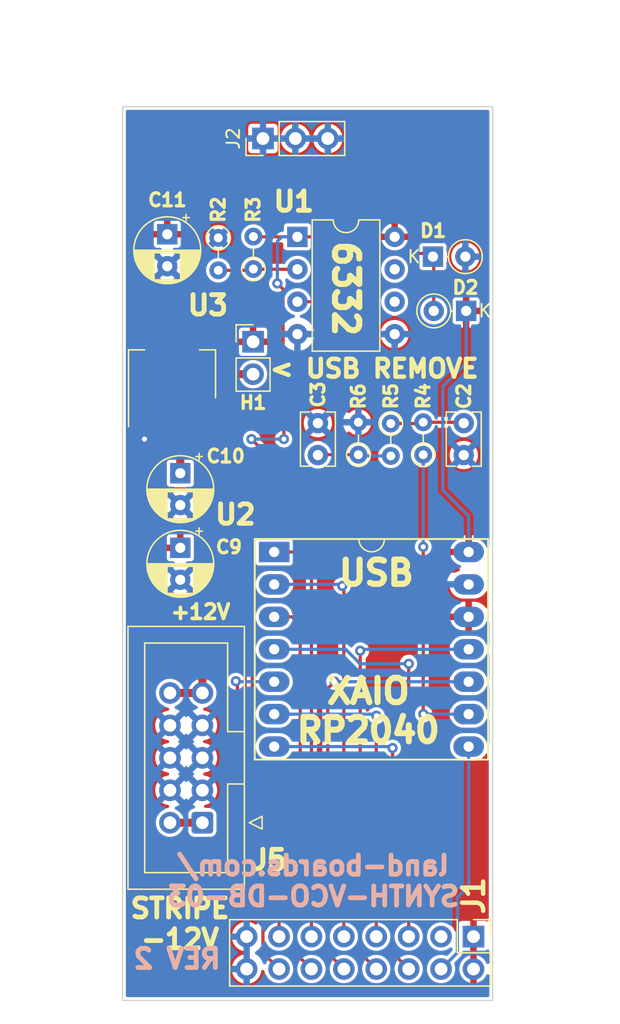
<source format=kicad_pcb>
(kicad_pcb (version 20211014) (generator pcbnew)
  (title_block (title "VCO CONTROL LOGIC") (date "2022-09-30") (rev "1") (company "LAND BOARDS, LLC"))
  (layers (0 "F.Cu" signal) (31 "B.Cu" signal) (34 "B.Paste" user) (35 "F.Paste" user) (36 "B.SilkS" user "B.Silkscreen") (37 "F.SilkS" user "F.Silkscreen") (38 "B.Mask" user) (39 "F.Mask" user) (44 "Edge.Cuts" user))
  (net 0 "")
  (net 1 "GND")
  (net 2 "+3V3")
  (net 3 "+5V")
  (net 4 "/GATE_CTL")
  (net 5 "/FREQ_POT")
  (net 6 "/VPEROCT_CV")
  (net 7 "/MOD_POT")
  (net 8 "/MOD_CV")
  (net 9 "/PRE_FILT")
  (net 10 "/AUD_OUT")
  (net 11 "/TIMBRE_PB")
  (net 12 "/MODE_UP_PB")
  (net 13 "/MODE_DN_PB")
  (net 14 "+12V")
  (net 17 "/OCT_UP_PB")
  (net 19 "/OCT_DN_PB")
  (net 20 "/WAV")
  (net 21 "-12V")
  (net 22 "Net-(R2-Pad2)")
  (net 23 "Net-(C2-Pad1)")
  (net 24 "Net-(C10-Pad1)")
  (footprint "Capacitor_THT:CP_Radial_D5.0mm_P2.50mm" (layer "F.Cu") (at 79 50 -90)
    (fp_text reference "C11" (at -2.69 -0.006 180) (layer "F.SilkS") (effects (font (size 1.016 1.016) (thickness 0.254))))
    (fp_text value "47uF")
    (pad "1" thru_hole rect (at 0 0 270) (size 1.6 1.6) (drill 0.8) (layers *.Cu *.Mask) (net 3 "+5V"))
    (pad "2" thru_hole circle (at 2.5 0 270) (size 1.6 1.6) (drill 0.8) (layers *.Cu *.Mask) (net 1 "GND"))
  )
  (footprint "Capacitor_THT:CP_Radial_D5.0mm_P2.50mm" (layer "F.Cu") (at 80.022 74.552888 -90)
    (fp_text reference "C9" (at -0.064888 -3.81 180) (layer "F.SilkS") (effects (font (size 1.016 1.016) (thickness 0.254))))
    (fp_text value "47uF")
    (pad "1" thru_hole rect (at 0 0 270) (size 1.6 1.6) (drill 0.8) (layers *.Cu *.Mask) (net 2 "+3V3"))
    (pad "2" thru_hole circle (at 2.5 0 270) (size 1.6 1.6) (drill 0.8) (layers *.Cu *.Mask) (net 1 "GND"))
  )
  (footprint "Diode_THT:D_DO-35_SOD27_P2.54mm_Vertical_KathodeUp" (layer "F.Cu") (at 99.824315 51.75)
    (fp_text reference "D1" (at 0.009685 -2.027) (layer "F.SilkS") (effects (font (size 1.016 1.016) (thickness 0.254))))
    (fp_text value "BAT41")
    (fp_text user "K" (at -1.495314 0.005) (layer "F.SilkS"))
    (pad "1" thru_hole rect (at 0 0) (size 1.6 1.6) (drill 0.8) (layers *.Cu *.Mask) (net 10 "/AUD_OUT"))
    (pad "2" thru_hole oval (at 2.54 0) (size 1.6 1.6) (drill 0.8) (layers *.Cu *.Mask) (net 1 "GND"))
  )
  (footprint "Connector_PinHeader_2.54mm:PinHeader_2x08_P2.54mm_Vertical" (layer "F.Cu") (at 103 105 -90)
    (fp_text reference "J1" (at -3.207 -0.009 90) (layer "F.SilkS") (effects (font (size 1.651 1.651) (thickness 0.34925))))
    (fp_text value "Conn_01x16")
    (pad "1" thru_hole rect locked (at 0 0 270) (size 1.7 1.7) (drill 1) (layers *.Cu *.Mask) (net 2 "+3V3"))
    (pad "2" thru_hole oval locked (at 2.54 0 270) (size 1.7 1.7) (drill 1) (layers *.Cu *.Mask) (net 2 "+3V3"))
    (pad "3" thru_hole oval locked (at 0 2.54 270) (size 1.7 1.7) (drill 1) (layers *.Cu *.Mask))
    (pad "4" thru_hole oval locked (at 2.54 2.54 270) (size 1.7 1.7) (drill 1) (layers *.Cu *.Mask) (net 19 "/OCT_DN_PB"))
    (pad "5" thru_hole oval locked (at 0 5.08 270) (size 1.7 1.7) (drill 1) (layers *.Cu *.Mask) (net 7 "/MOD_POT"))
    (pad "6" thru_hole oval locked (at 2.54 5.08 270) (size 1.7 1.7) (drill 1) (layers *.Cu *.Mask) (net 17 "/OCT_UP_PB"))
    (pad "7" thru_hole oval locked (at 0 7.62 270) (size 1.7 1.7) (drill 1) (layers *.Cu *.Mask) (net 4 "/GATE_CTL"))
    (pad "8" thru_hole oval locked (at 2.54 7.62 270) (size 1.7 1.7) (drill 1) (layers *.Cu *.Mask) (net 12 "/MODE_UP_PB"))
    (pad "9" thru_hole oval locked (at 0 10.16 270) (size 1.7 1.7) (drill 1) (layers *.Cu *.Mask) (net 5 "/FREQ_POT"))
    (pad "10" thru_hole oval locked (at 2.54 10.16 270) (size 1.7 1.7) (drill 1) (layers *.Cu *.Mask) (net 13 "/MODE_DN_PB"))
    (pad "11" thru_hole oval locked (at 0 12.7 270) (size 1.7 1.7) (drill 1) (layers *.Cu *.Mask) (net 6 "/VPEROCT_CV"))
    (pad "12" thru_hole oval locked (at 2.54 12.7 270) (size 1.7 1.7) (drill 1) (layers *.Cu *.Mask) (net 8 "/MOD_CV"))
    (pad "13" thru_hole oval locked (at 0 15.24 270) (size 1.7 1.7) (drill 1) (layers *.Cu *.Mask) (net 10 "/AUD_OUT"))
    (pad "14" thru_hole oval locked (at 2.54 15.24 270) (size 1.7 1.7) (drill 1) (layers *.Cu *.Mask) (net 11 "/TIMBRE_PB"))
    (pad "15" thru_hole oval locked (at 0 17.78 270) (size 1.7 1.7) (drill 1) (layers *.Cu *.Mask) (net 1 "GND"))
    (pad "16" thru_hole oval locked (at 2.54 17.78 270) (size 1.7 1.7) (drill 1) (layers *.Cu *.Mask) (net 1 "GND"))
  )
  (footprint "Resistor_THT:R_Axial_DIN0204_L3.6mm_D1.6mm_P2.54mm_Vertical" (layer "F.Cu") (at 85.75 52.72 90)
    (fp_text reference "R3" (at 4.648 -0.013 90) (layer "F.SilkS") (effects (font (size 1.016 1.016) (thickness 0.254))))
    (fp_text value "2.7K")
    (pad "1" thru_hole circle (at 0 0 90) (size 1.4 1.4) (drill 0.7) (layers *.Cu *.Mask) (net 22 "Net-(R2-Pad2)"))
    (pad "2" thru_hole oval (at 2.54 0 90) (size 1.4 1.4) (drill 0.7) (layers *.Cu *.Mask) (net 10 "/AUD_OUT"))
  )
  (footprint "Connector_PinHeader_2.54mm:PinHeader_1x03_P2.54mm_Vertical" (layer "F.Cu") (at 86.5 42.5 90)
    (fp_text reference "J2" (at 0 -2.33 90) (layer "F.SilkS"))
    (fp_text value "Conn_01x03")
    (pad "1" thru_hole rect (at 0 0 90) (size 1.7 1.7) (drill 1) (layers *.Cu *.Mask) (net 1 "GND"))
    (pad "2" thru_hole oval (at 0 2.54 90) (size 1.7 1.7) (drill 1) (layers *.Cu *.Mask) (net 1 "GND"))
    (pad "3" thru_hole oval (at 0 5.08 90) (size 1.7 1.7) (drill 1) (layers *.Cu *.Mask) (net 1 "GND"))
  )
  (footprint "Capacitor_THT:C_Rect_L4.0mm_W2.5mm_P2.50mm" (layer "F.Cu") (at 102.235 64.78999 -90)
    (fp_text reference "C2" (at -2.113 -0.012 90) (layer "F.SilkS") (effects (font (size 1.016 1.016) (thickness 0.254))))
    (fp_text value "10nF")
    (pad "1" thru_hole circle (at 0 0 270) (size 1.6 1.6) (drill 0.8) (layers *.Cu *.Mask) (net 23 "Net-(C2-Pad1)"))
    (pad "2" thru_hole circle (at 2.5 0 270) (size 1.6 1.6) (drill 0.8) (layers *.Cu *.Mask) (net 1 "GND"))
  )
  (footprint "Resistor_THT:R_Axial_DIN0204_L3.6mm_D1.6mm_P2.54mm_Vertical" (layer "F.Cu") (at 96.52 64.82 -90)
    (fp_text reference "R5" (at -2.143 -0.012 90) (layer "F.SilkS") (effects (font (size 1.016 1.016) (thickness 0.254))))
    (fp_text value "220")
    (pad "1" thru_hole circle (at 0 0 270) (size 1.4 1.4) (drill 0.7) (layers *.Cu *.Mask) (net 23 "Net-(C2-Pad1)"))
    (pad "2" thru_hole oval (at 2.54 0 270) (size 1.4 1.4) (drill 0.7) (layers *.Cu *.Mask) (net 9 "/PRE_FILT"))
  )
  (footprint "Diode_THT:D_DO-35_SOD27_P2.54mm_Vertical_KathodeUp" (layer "F.Cu") (at 102.425686 56 180)
    (fp_text reference "D2" (at 0.051686 1.832) (layer "F.SilkS") (effects (font (size 1.016 1.016) (thickness 0.254))))
    (fp_text value "BAT41")
    (fp_text user "K" (at -1.472314 0) (layer "F.SilkS"))
    (pad "1" thru_hole rect (at 0 0 180) (size 1.6 1.6) (drill 0.8) (layers *.Cu *.Mask) (net 3 "+5V"))
    (pad "2" thru_hole oval (at 2.54 0 180) (size 1.6 1.6) (drill 0.8) (layers *.Cu *.Mask) (net 10 "/AUD_OUT"))
  )
  (footprint "Package_DIP:DIP-8_W7.62mm" (layer "F.Cu") (at 89.2 50.2)
    (fp_text reference "U1" (at -0.288 -2.763) (layer "F.SilkS") (effects (font (size 1.524 1.524) (thickness 0.381))))
    (fp_text value "MCP6232")
    (pad "1" thru_hole rect (at 0 0) (size 1.6 1.6) (drill 0.8) (layers *.Cu *.Mask) (net 10 "/AUD_OUT"))
    (pad "2" thru_hole oval (at 0 2.54) (size 1.6 1.6) (drill 0.8) (layers *.Cu *.Mask) (net 22 "Net-(R2-Pad2)"))
    (pad "3" thru_hole oval (at 0 5.08) (size 1.6 1.6) (drill 0.8) (layers *.Cu *.Mask) (net 9 "/PRE_FILT"))
    (pad "4" thru_hole oval (at 0 7.62) (size 1.6 1.6) (drill 0.8) (layers *.Cu *.Mask) (net 1 "GND"))
    (pad "5" thru_hole oval (at 7.62 7.62) (size 1.6 1.6) (drill 0.8) (layers *.Cu *.Mask) (net 1 "GND"))
    (pad "6" thru_hole oval (at 7.62 5.08) (size 1.6 1.6) (drill 0.8) (layers *.Cu *.Mask))
    (pad "7" thru_hole oval (at 7.62 2.54) (size 1.6 1.6) (drill 0.8) (layers *.Cu *.Mask))
    (pad "8" thru_hole oval (at 7.62 0) (size 1.6 1.6) (drill 0.8) (layers *.Cu *.Mask) (net 3 "+5V"))
  )
  (footprint "Capacitor_THT:C_Rect_L4.0mm_W2.5mm_P2.50mm" (layer "F.Cu") (at 90.805 67.29001 90)
    (fp_text reference "C3" (at 4.74 0.012 90) (layer "F.SilkS") (effects (font (size 1.016 1.016) (thickness 0.254))))
    (fp_text value "10nF")
    (pad "1" thru_hole circle (at 0 0 90) (size 1.6 1.6) (drill 0.8) (layers *.Cu *.Mask) (net 9 "/PRE_FILT"))
    (pad "2" thru_hole circle (at 2.5 0 90) (size 1.6 1.6) (drill 0.8) (layers *.Cu *.Mask) (net 1 "GND"))
  )
  (footprint "Connector_IDC:IDC-Header_2x05_P2.54mm_Vertical" (layer "F.Cu") (at 81.7525 96.08 180)
    (fp_text reference "J5" (at -5.2475 -2.92 180) (layer "F.SilkS") (effects (font (size 1.524 1.524) (thickness 0.381))))
    (fp_text value "HEADER, SHRD, 2X5")
    (pad "1" thru_hole roundrect (at 0 0 180) (size 1.7 1.7) (drill 1) (layers *.Cu *.Mask) (roundrect_rratio 0.1470588235) (net 21 "-12V"))
    (pad "2" thru_hole circle (at 2.54 0 180) (size 1.7 1.7) (drill 1) (layers *.Cu *.Mask) (net 21 "-12V"))
    (pad "3" thru_hole circle (at 0 2.54 180) (size 1.7 1.7) (drill 1) (layers *.Cu *.Mask) (net 1 "GND"))
    (pad "4" thru_hole circle (at 2.54 2.54 180) (size 1.7 1.7) (drill 1) (layers *.Cu *.Mask) (net 1 "GND"))
    (pad "5" thru_hole circle (at 0 5.08 180) (size 1.7 1.7) (drill 1) (layers *.Cu *.Mask) (net 1 "GND"))
    (pad "6" thru_hole circle (at 2.54 5.08 180) (size 1.7 1.7) (drill 1) (layers *.Cu *.Mask) (net 1 "GND"))
    (pad "7" thru_hole circle (at 0 7.62 180) (size 1.7 1.7) (drill 1) (layers *.Cu *.Mask) (net 1 "GND"))
    (pad "8" thru_hole circle (at 2.54 7.62 180) (size 1.7 1.7) (drill 1) (layers *.Cu *.Mask) (net 1 "GND"))
    (pad "9" thru_hole circle (at 0 10.16 180) (size 1.7 1.7) (drill 1) (layers *.Cu *.Mask) (net 14 "+12V"))
    (pad "10" thru_hole circle (at 2.54 10.16 180) (size 1.7 1.7) (drill 1) (layers *.Cu *.Mask) (net 14 "+12V"))
  )
  (footprint "LandBoards_BoardOutlines:QT_Py" (layer "F.Cu") (at 87.38 74.88)
    (fp_text reference "U2" (at -3.04 -2.932) (layer "F.SilkS") (effects (font (size 1.524 1.524) (thickness 0.381))))
    (fp_text value "XIAO_RP2040")
    (pad "1" thru_hole rect (at 0 0) (size 2.4 1.6) (drill 0.8) (layers *.Cu *.Mask) (net 6 "/VPEROCT_CV"))
    (pad "2" thru_hole oval (at 0 2.54) (size 2.4 1.6) (drill 0.8) (layers *.Cu *.Mask) (net 5 "/FREQ_POT"))
    (pad "3" thru_hole oval (at 0 5.08) (size 2.4 1.6) (drill 0.8) (layers *.Cu *.Mask) (net 8 "/MOD_CV"))
    (pad "4" thru_hole oval (at 0 7.62) (size 2.4 1.6) (drill 0.8) (layers *.Cu *.Mask) (net 7 "/MOD_POT"))
    (pad "5" thru_hole oval (at 0 10.16) (size 2.4 1.6) (drill 0.8) (layers *.Cu *.Mask) (net 11 "/TIMBRE_PB"))
    (pad "6" thru_hole oval (at 0 12.7) (size 2.4 1.6) (drill 0.8) (layers *.Cu *.Mask) (net 4 "/GATE_CTL"))
    (pad "7" thru_hole oval (at 0 15.24) (size 2.4 1.6) (drill 0.8) (layers *.Cu *.Mask) (net 17 "/OCT_UP_PB"))
    (pad "8" thru_hole oval (at 15.24 15.24) (size 2.4 1.6) (drill 0.8) (layers *.Cu *.Mask) (net 19 "/OCT_DN_PB"))
    (pad "9" thru_hole oval (at 15.24 12.7) (size 2.4 1.6) (drill 0.8) (layers *.Cu *.Mask) (net 20 "/WAV"))
    (pad "10" thru_hole oval (at 15.24 10.16) (size 2.4 1.6) (drill 0.8) (layers *.Cu *.Mask) (net 13 "/MODE_DN_PB"))
    (pad "11" thru_hole oval (at 15.24 7.62) (size 2.4 1.6) (drill 0.8) (layers *.Cu *.Mask) (net 12 "/MODE_UP_PB"))
    (pad "12" thru_hole oval (at 15.24 5.08) (size 2.4 1.6) (drill 0.8) (layers *.Cu *.Mask) (net 2 "+3V3"))
    (pad "13" thru_hole oval (at 15.24 2.54) (size 2.4 1.6) (drill 0.8) (layers *.Cu *.Mask) (net 1 "GND"))
    (pad "14" thru_hole oval (at 15.24 0) (size 2.4 1.6) (drill 0.8) (layers *.Cu *.Mask) (net 3 "+5V"))
  )
  (footprint "Connector_PinHeader_2.54mm:PinHeader_1x02_P2.54mm_Vertical" (layer "F.Cu") (at 85.725 58.415)
    (fp_text reference "H1" (at 0 4.77) (layer "F.SilkS") (effects (font (size 1.016 1.016) (thickness 0.254))))
    (fp_text value "JUMPER")
    (pad "1" thru_hole rect (at 0 0) (size 1.7 1.7) (drill 1) (layers *.Cu *.Mask) (net 3 "+5V"))
    (pad "2" thru_hole oval (at 0 2.54) (size 1.7 1.7) (drill 1) (layers *.Cu *.Mask) (net 24 "Net-(C10-Pad1)"))
  )
  (footprint "Resistor_THT:R_Axial_DIN0204_L3.6mm_D1.6mm_P2.54mm_Vertical" (layer "F.Cu") (at 83 50.28 -90)
    (fp_text reference "R2" (at -2.208 0 90) (layer "F.SilkS") (effects (font (size 1.016 1.016) (thickness 0.254))))
    (fp_text value "5.6K")
    (pad "1" thru_hole circle (at 0 0 270) (size 1.4 1.4) (drill 0.7) (layers *.Cu *.Mask) (net 1 "GND"))
    (pad "2" thru_hole oval (at 2.54 0 270) (size 1.4 1.4) (drill 0.7) (layers *.Cu *.Mask) (net 22 "Net-(R2-Pad2)"))
  )
  (footprint "Resistor_THT:R_Axial_DIN0204_L3.6mm_D1.6mm_P2.54mm_Vertical" (layer "F.Cu") (at 93.98 67.26 90)
    (fp_text reference "R6" (at 4.572 0 90) (layer "F.SilkS") (effects (font (size 1.016 1.016) (thickness 0.254))))
    (fp_text value "DNP")
    (pad "1" thru_hole circle (at 0 0 90) (size 1.4 1.4) (drill 0.7) (layers *.Cu *.Mask) (net 9 "/PRE_FILT"))
    (pad "2" thru_hole oval (at 2.54 0 90) (size 1.4 1.4) (drill 0.7) (layers *.Cu *.Mask) (net 1 "GND"))
  )
  (footprint "Resistor_THT:R_Axial_DIN0204_L3.6mm_D1.6mm_P2.54mm_Vertical" (layer "F.Cu") (at 99.06 67.26 90)
    (fp_text reference "R4" (at 4.583 0 90) (layer "F.SilkS") (effects (font (size 1.016 1.016) (thickness 0.254))))
    (fp_text value "220")
    (pad "1" thru_hole circle (at 0 0 90) (size 1.4 1.4) (drill 0.7) (layers *.Cu *.Mask) (net 20 "/WAV"))
    (pad "2" thru_hole oval (at 2.54 0 90) (size 1.4 1.4) (drill 0.7) (layers *.Cu *.Mask) (net 23 "Net-(C2-Pad1)"))
  )
  (footprint "Capacitor_THT:CP_Radial_D5.0mm_P2.50mm" (layer "F.Cu") (at 80.022 68.710888 -90)
    (fp_text reference "C10" (at -1.334888 -3.556 180) (layer "F.SilkS") (effects (font (size 1.016 1.016) (thickness 0.254))))
    (fp_text value "47uF")
    (pad "1" thru_hole rect (at 0 0 270) (size 1.6 1.6) (drill 0.8) (layers *.Cu *.Mask) (net 24 "Net-(C10-Pad1)"))
    (pad "2" thru_hole circle (at 2.5 0 270) (size 1.6 1.6) (drill 0.8) (layers *.Cu *.Mask) (net 1 "GND"))
  )
  (footprint "Package_TO_SOT_SMD:SOT-223" (layer "F.Cu") (at 79.375 60.96 90)
    (fp_text reference "U3" (at 5.395 2.806) (layer "F.SilkS") (effects (font (size 1.524 1.524) (thickness 0.381))))
    (fp_text value "AZ1117H-5.0")
    (pad "1" smd rect (at -3.15 -2.3 90) (size 2 1.5) (layers "F.Cu" "F.Paste" "F.Mask") (net 1 "GND"))
    (pad "2" smd rect (at -3.15 0 90) (size 2 1.5) (layers "F.Cu" "F.Paste" "F.Mask") (net 24 "Net-(C10-Pad1)"))
    (pad "3" smd rect (at -3.15 2.3 90) (size 2 1.5) (layers "F.Cu" "F.Paste" "F.Mask") (net 14 "+12V"))
    (pad "4" smd rect (at 3.15 0 90) (size 2 3.8) (layers "F.Cu" "F.Paste" "F.Mask") (net 24 "Net-(C10-Pad1)"))
  )
  (gr_rect (start 75.5 40) (end 104.5 110) (layer "Edge.Cuts") (width 0.1) (fill none))
  (gr_text "land-boards.com/\nSYNTH-VCO-DB-03" (at 90.436 100.65) (layer "B.SilkS") (effects (font (size 1.5 1.5) (thickness 0.375)) (justify mirror)))
  (gr_text "REV 2" (at 79.767989 106.745989) (layer "B.SilkS") (effects (font (size 1.5 1.5) (thickness 0.375)) (justify mirror)))
  (gr_text "XAIO\nRP2040" (at 94.754 87.315) (layer "F.SilkS") (effects (font (size 1.905 1.905) (thickness 0.47625))))
  (gr_text "6332" (at 92.999992 54.250006 270) (layer "F.SilkS") (effects (font (size 1.905 1.905) (thickness 0.47625))))
  (gr_text "< USB REMOVE" (at 86.879989 60.517989) (layer "F.SilkS") (effects (font (size 1.397 1.397) (thickness 0.34925)) (justify left)))
  (gr_text "USB" (at 95.389 76.52) (layer "F.SilkS") (effects (font (size 1.905 1.905) (thickness 0.47625))))
  (gr_text "+12V" (at 84.086 79.568) (layer "F.SilkS") (effects (font (size 1.143 1.143) (thickness 0.28575)) (justify right)))
  (gr_text "STRIPE\n-12V" (at 80 104) (layer "F.SilkS") (effects (font (size 1.5 1.5) (thickness 0.375))))
  (segment (start 77.075 64.11) (end 77.075 65.899) (width 0.25) (layer "F.Cu") (net 1))
  (segment (start 77.075 65.899) (end 77.216 66.04) (width 0.25) (layer "F.Cu") (net 1))
  (via (at 77.216 66.04) (size 0.8) (drill 0.4) (layers "F.Cu" "B.Cu") (net 1))
  (segment (start 102.62 74.88) (end 102.62 72.067) (width 0.25) (layer "B.Cu") (net 3))
  (segment (start 102.425686 60.085314) (end 102.425686 56) (width 0.25) (layer "B.Cu") (net 3))
  (segment (start 102.62 72.067) (end 100.596 70.043) (width 0.25) (layer "B.Cu") (net 3))
  (segment (start 100.596 61.915) (end 102.425686 60.085314) (width 0.25) (layer "B.Cu") (net 3))
  (segment (start 100.596 70.043) (end 100.596 61.915) (width 0.25) (layer "B.Cu") (net 3))
  (segment (start 95.38 105) (end 95.38 87.705) (width 0.25) (layer "F.Cu") (net 4))
  (segment (start 95.38 87.705) (end 95.389 87.696) (width 0.25) (layer "F.Cu") (net 4))
  (via (at 95.389 87.696) (size 0.8) (drill 0.4) (layers "F.Cu" "B.Cu") (net 4))
  (segment (start 95.389 87.696) (end 95.273 87.58) (width 0.25) (layer "B.Cu") (net 4))
  (segment (start 95.273 87.58) (end 87.38 87.58) (width 0.25) (layer "B.Cu") (net 4))
  (segment (start 92.84 105) (end 92.84 77.654) (width 0.25) (layer "F.Cu") (net 5))
  (segment (start 92.84 77.654) (end 92.722 77.536) (width 0.25) (layer "F.Cu") (net 5))
  (via (at 92.722 77.536) (size 0.8) (drill 0.4) (layers "F.Cu" "B.Cu") (net 5))
  (segment (start 92.606 77.42) (end 87.38 77.42) (width 0.25) (layer "B.Cu") (net 5))
  (segment (start 92.722 77.536) (end 92.606 77.42) (width 0.25) (layer "B.Cu") (net 5))
  (segment (start 89.304 74.88) (end 87.38 74.88) (width 0.25) (layer "F.Cu") (net 6))
  (segment (start 90.3 75.876) (end 89.304 74.88) (width 0.25) (layer "F.Cu") (net 6))
  (segment (start 90.3 105) (end 90.3 75.876) (width 0.25) (layer "F.Cu") (net 6))
  (segment (start 97.92 105) (end 97.92 83.641) (width 0.25) (layer "F.Cu") (net 7))
  (segment (start 97.92 83.641) (end 97.929 83.632) (width 0.25) (layer "F.Cu") (net 7))
  (via (at 97.929 83.632) (size 0.8) (drill 0.4) (layers "F.Cu" "B.Cu") (net 7))
  (segment (start 94.110386 83.632) (end 92.967386 82.489) (width 0.25) (layer "B.Cu") (net 7))
  (segment (start 92.956386 82.5) (end 87.38 82.5) (width 0.25) (layer "B.Cu") (net 7))
  (segment (start 97.929 83.632) (end 94.110386 83.632) (width 0.25) (layer "B.Cu") (net 7))
  (segment (start 92.967386 82.489) (end 92.956386 82.5) (width 0.25) (layer "B.Cu") (net 7))
  (segment (start 89.039 103.063) (end 89.42 102.682) (width 0.25) (layer "F.Cu") (net 8))
  (segment (start 90.3 107.54) (end 89.039 106.279) (width 0.25) (layer "F.Cu") (net 8))
  (segment (start 89.42 102.682) (end 89.42 80.584) (width 0.25) (layer "F.Cu") (net 8))
  (segment (start 88.796 79.96) (end 87.38 79.96) (width 0.25) (layer "F.Cu") (net 8))
  (segment (start 89.42 80.584) (end 88.796 79.96) (width 0.25) (layer "F.Cu") (net 8))
  (segment (start 89.039 106.279) (end 89.039 103.063) (width 0.25) (layer "F.Cu") (net 8))
  (segment (start 93.98 67.26) (end 92.66 67.26) (width 0.25) (layer "F.Cu") (net 9))
  (segment (start 92.66 57.1) (end 90.84 55.28) (width 0.25) (layer "F.Cu") (net 9))
  (segment (start 92.66 67.26) (end 90.835 67.26) (width 0.25) (layer "F.Cu") (net 9))
  (segment (start 90.84 55.28) (end 89.2 55.28) (width 0.25) (layer "F.Cu") (net 9))
  (segment (start 92.66 67.26) (end 92.66 57.1) (width 0.25) (layer "F.Cu") (net 9))
  (segment (start 96.52 67.360013) (end 94.08 67.360013) (width 0.25) (layer "B.Cu") (net 9))
  (segment (start 87.76 105) (end 87.76 94.76) (width 0.25) (layer "F.Cu") (net 10))
  (segment (start 85.102 73.398) (end 86.5 72) (width 0.25) (layer "F.Cu") (net 10))
  (segment (start 88.075489 54.293489) (end 87.63 53.848) (width 0.25) (layer "F.Cu") (net 10))
  (segment (start 88.075489 59.173489) (end 88.075489 54.293489) (width 0.25) (layer "F.Cu") (net 10))
  (segment (start 99.574315 51.5) (end 93.75 51.5) (width 0.25) (layer "F.Cu") (net 10))
  (segment (start 92.45 50.2) (end 89.2 50.2) (width 0.25) (layer "F.Cu") (net 10))
  (segment (start 87.76 94.76) (end 85.102 92.102) (width 0.25) (layer "F.Cu") (net 10))
  (segment (start 93.75 51.5) (end 92.45 50.2) (width 0.25) (layer "F.Cu") (net 10))
  (segment (start 89.2 50.2) (end 85.77 50.2) (width 0.25) (layer "F.Cu") (net 10))
  (segment (start 86.5 72) (end 86.5 66.942) (width 0.25) (layer "F.Cu") (net 10))
  (segment (start 85.102 92.102) (end 85.102 73.398) (width 0.25) (layer "F.Cu") (net 10))
  (segment (start 88.138 59.236) (end 88.075489 59.173489) (width 0.25) (layer "F.Cu") (net 10))
  (segment (start 99.885686 56) (end 99.885686 51.811371) (width 0.25) (layer "F.Cu") (net 10))
  (segment (start 88.138 66.04) (end 88.138 59.236) (width 0.25) (layer "F.Cu") (net 10))
  (segment (start 86.5 66.942) (end 85.598 66.04) (width 0.25) (layer "F.Cu") (net 10))
  (via (at 87.63 53.848) (size 0.8) (drill 0.4) (layers "F.Cu" "B.Cu") (net 10))
  (via (at 88.138 66.04) (size 0.8) (drill 0.4) (layers "F.Cu" "B.Cu") (net 10))
  (via (at 85.598 66.04) (size 0.8) (drill 0.4) (layers "F.Cu" "B.Cu") (net 10))
  (segment (start 87.976 50.2) (end 89.2 50.2) (width 0.25) (layer "B.Cu") (net 10))
  (segment (start 87.63 53.848) (end 87.63 50.546) (width 0.25) (layer "B.Cu") (net 10))
  (segment (start 87.63 50.546) (end 87.976 50.2) (width 0.25) (layer "B.Cu") (net 10))
  (segment (start 85.598 66.04) (end 88.138 66.04) (width 0.25) (layer "B.Cu") (net 10))
  (segment (start 86.5 94.245) (end 84.5 92.245) (width 0.25) (layer "F.Cu") (net 11))
  (segment (start 87.76 107.54) (end 86.5 106.28) (width 0.25) (layer "F.Cu") (net 11))
  (segment (start 84.5 85.1225) (end 84.3775 85) (width 0.25) (layer "F.Cu") (net 11))
  (segment (start 86.5 106.28) (end 86.5 94.245) (width 0.25) (layer "F.Cu") (net 11))
  (segment (start 84.5 92.245) (end 84.5 85.1225) (width 0.25) (layer "F.Cu") (net 11))
  (via (at 84.3775 85) (size 0.8) (drill 0.4) (layers "F.Cu" "B.Cu") (net 11))
  (segment (start 84.4175 85.04) (end 87.38 85.04) (width 0.25) (layer "B.Cu") (net 11))
  (segment (start 84.3775 85) (end 84.4175 85.04) (width 0.25) (layer "B.Cu") (net 11))
  (segment (start 95.38 107.54) (end 94.119 106.279) (width 0.25) (layer "F.Cu") (net 12))
  (segment (start 94.119 106.279) (end 94.119 82.616) (width 0.25) (layer "F.Cu") (net 12))
  (via (at 94.119 82.616) (size 0.8) (drill 0.4) (layers "F.Cu" "B.Cu") (net 12))
  (segment (start 94.119 82.616) (end 94.235 82.5) (width 0.25) (layer "B.Cu") (net 12))
  (segment (start 94.235 82.5) (end 102.62 82.5) (width 0.25) (layer "B.Cu") (net 12))
  (segment (start 92.84 107.54) (end 91.579 106.279) (width 0.25) (layer "F.Cu") (net 13))
  (segment (start 91.579 106.279) (end 91.579 85.5655) (width 0.25) (layer "F.Cu") (net 13))
  (segment (start 91.579 85.5655) (end 92.1155 85.029) (width 0.25) (layer "F.Cu") (net 13))
  (via (at 92.1155 85.029) (size 0.8) (drill 0.4) (layers "F.Cu" "B.Cu") (net 13))
  (segment (start 92.1155 85.029) (end 92.1265 85.04) (width 0.25) (layer "B.Cu") (net 13))
  (segment (start 92.1265 85.04) (end 102.62 85.04) (width 0.25) (layer "B.Cu") (net 13))
  (segment (start 79.212491 85.919996) (end 81.752491 85.919996) (width 0.635) (layer "F.Cu") (net 14))
  (segment (start 81.752491 66.252491) (end 81.675 66.175) (width 0.635) (layer "F.Cu") (net 14))
  (segment (start 81.675 64.11) (end 81.675 66.175) (width 0.25) (layer "F.Cu") (net 14))
  (segment (start 81.752491 85.919996) (end 81.752491 66.252491) (width 0.635) (layer "F.Cu") (net 14))
  (segment (start 97.92 107.54) (end 96.659 106.279) (width 0.25) (layer "F.Cu") (net 17))
  (segment (start 96.659 106.279) (end 96.659 90.236) (width 0.25) (layer "F.Cu") (net 17))
  (via (at 96.659 90.236) (size 0.8) (drill 0.4) (layers "F.Cu" "B.Cu") (net 17))
  (segment (start 96.543 90.12) (end 87.38 90.12) (width 0.25) (layer "B.Cu") (net 17))
  (segment (start 96.659 90.236) (end 96.543 90.12) (width 0.25) (layer "B.Cu") (net 17))
  (segment (start 101.739 101.92) (end 102.628 101.031) (width 0.25) (layer "B.Cu") (net 19))
  (segment (start 102.62 90.12) (end 102.62 101.039) (width 0.25) (layer "B.Cu") (net 19))
  (segment (start 101.739 106.261) (end 101.739 101.92) (width 0.25) (layer "B.Cu") (net 19))
  (segment (start 100.46 107.54) (end 101.739 106.261) (width 0.25) (layer "B.Cu") (net 19))
  (segment (start 99.06 74.476) (end 99.06 87.557) (width 0.25) (layer "F.Cu") (net 20))
  (segment (start 99.06 87.557) (end 99.072 87.569) (width 0.25) (layer "F.Cu") (net 20))
  (via (at 99.06 74.476) (size 0.8) (drill 0.4) (layers "F.Cu" "B.Cu") (net 20))
  (via (at 99.072 87.569) (size 0.8) (drill 0.4) (layers "F.Cu" "B.Cu") (net 20))
  (segment (start 99.072 87.569) (end 99.083 87.58) (width 0.25) (layer "B.Cu") (net 20))
  (segment (start 99.083 87.58) (end 102.62 87.58) (width 0.25) (layer "B.Cu") (net 20))
  (segment (start 99.06 67.26) (end 99.06 74.476) (width 0.25) (layer "B.Cu") (net 20))
  (segment (start 79.212491 96.079996) (end 81.752491 96.079996) (width 0.635) (layer "F.Cu") (net 21))
  (segment (start 83 52.82) (end 85.65 52.82) (width 0.25) (layer "F.Cu") (net 22))
  (segment (start 89.2 52.74) (end 85.77 52.74) (width 0.25) (layer "F.Cu") (net 22))
  (segment (start 99.06 64.72) (end 102.165 64.72) (width 0.25) (layer "F.Cu") (net 23))
  (segment (start 96.52 64.82) (end 98.96 64.82) (width 0.25) (layer "F.Cu") (net 23))
  (segment (start 79.375 59.625) (end 79.375 62.375) (width 0.25) (layer "F.Cu") (net 24))
  (segment (start 79.375 59.625) (end 79.375 57.81) (width 0.25) (layer "F.Cu") (net 24))
  (segment (start 79.375 60.875) (end 79.375 59.625) (width 0.635) (layer "F.Cu") (net 24))
  (segment (start 79.375 65.967) (end 80.022 66.614) (width 0.635) (layer "F.Cu") (net 24))
  (segment (start 79.375 62.375) (end 79.375 64.110006) (width 0.3048) (layer "F.Cu") (net 24))
  (segment (start 80.795004 60.954996) (end 80.715008 60.875) (width 0.635) (layer "F.Cu") (net 24))
  (segment (start 79.375 64.11) (end 79.375 65.967) (width 0.25) (layer "F.Cu") (net 24))
  (segment (start 85.725 60.954996) (end 80.795004 60.954996) (width 0.635) (layer "F.Cu") (net 24))
  (segment (start 79.375 60.875012) (end 79.375 62.375) (width 0.3048) (layer "F.Cu") (net 24))
  (segment (start 80.022 66.614) (end 80.022 68.710888) (width 0.635) (layer "F.Cu") (net 24))
  (segment (start 80.715008 60.875) (end 79.375 60.875) (width 0.635) (layer "F.Cu") (net 24))
  (zone (net 3) (net_name "+5V") (layer "F.Cu") (connect_pads (clearance 0.3048)) (min_thickness 0.254) (fill yes (thermal_gap 0.508) (thermal_bridge_width 0.508))
    (polygon (pts (xy 104.533 59.756) (xy 104.5 76.5) (xy 97.072 76.5) (xy 97.072 59.756) (xy 75.45 59.756) (xy 75.5 40.756) (xy 104.5 40.756)))
  )
  (zone (net 2) (net_name "+3V3") (layer "F.Cu") (connect_pads (clearance 0.3048)) (min_thickness 0.254) (fill yes (thermal_gap 0.381) (thermal_bridge_width 0.508))
    (polygon (pts (xy 96.5 77.5) (xy 104.5 77.5) (xy 104.5 110) (xy 75.5 110) (xy 75.5 60.5) (xy 96.556 60.518)))
  )
  (zone (net 1) (net_name "GND") (layer "B.Cu") (connect_pads (clearance 0.254)) (min_thickness 0.254) (fill yes (thermal_gap 0.508) (thermal_bridge_width 0.508))
    (polygon (pts (xy 104.533 110) (xy 75.5 110) (xy 75.5 40) (xy 104.5 40)))
  )
)
</source>
